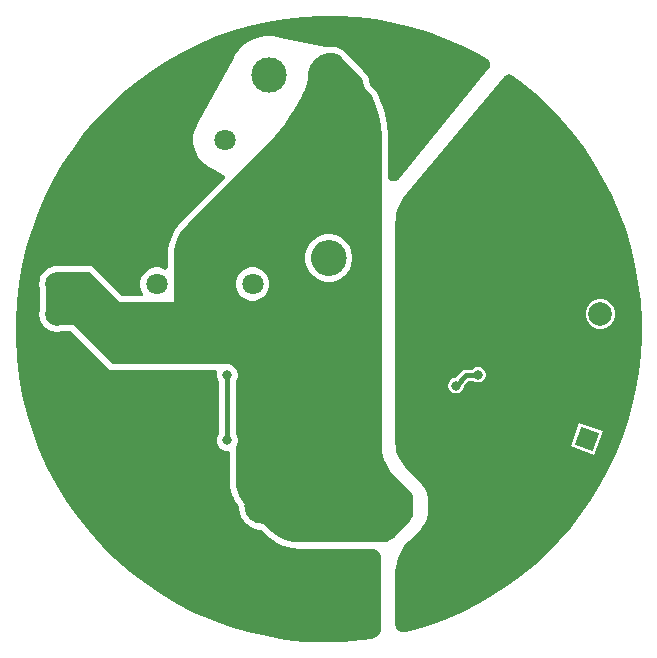
<source format=gbl>
G04*
G04 #@! TF.GenerationSoftware,Altium Limited,Altium Designer,24.6.1 (21)*
G04*
G04 Layer_Physical_Order=2*
G04 Layer_Color=16711680*
%FSLAX44Y44*%
%MOMM*%
G71*
G04*
G04 #@! TF.SameCoordinates,BA978B15-CB27-4B2F-8DC8-F8FDB2F27EFD*
G04*
G04*
G04 #@! TF.FilePolarity,Positive*
G04*
G01*
G75*
%ADD38C,3.0000*%
%ADD39R,3.0000X3.0000*%
%ADD40C,1.6000*%
%ADD41P,2.2627X4X295.0*%
%ADD47C,0.4000*%
%ADD50C,6.0000*%
%ADD51C,2.0000*%
%ADD52C,1.8000*%
%ADD53C,3.5000*%
%ADD54C,0.8000*%
G36*
X8961Y264959D02*
X24397Y263985D01*
X39750Y262113D01*
X54968Y259349D01*
X69999Y255702D01*
X84792Y251184D01*
X99296Y245812D01*
X113461Y239603D01*
X127241Y232579D01*
X133914Y228670D01*
X134434Y228377D01*
X135322Y227579D01*
X136017Y226608D01*
X136486Y225511D01*
X136707Y224338D01*
X136671Y223145D01*
X136378Y221988D01*
X135843Y220921D01*
X135467Y220458D01*
X59667Y127168D01*
X58839Y126339D01*
X58262Y125841D01*
X56922Y125125D01*
X55432Y124829D01*
X53920Y124978D01*
X52516Y125559D01*
X51341Y126523D01*
X50497Y127786D01*
X50098Y129102D01*
Y159297D01*
X50098Y159298D01*
X50098Y163622D01*
X50049Y163870D01*
X50073Y164121D01*
X49226Y172729D01*
X49152Y172971D01*
Y173223D01*
X47465Y181706D01*
X47368Y181940D01*
X47344Y182192D01*
X44833Y190468D01*
X44714Y190691D01*
X44665Y190939D01*
X41355Y198930D01*
X41214Y199140D01*
X41141Y199382D01*
X40731Y200148D01*
X40256Y200727D01*
X39840Y201350D01*
X37283Y203907D01*
X35378Y206757D01*
X34067Y209924D01*
X33807Y211229D01*
X33046Y213066D01*
X32001Y214630D01*
X31823Y214809D01*
X31703Y215032D01*
X26216Y221717D01*
X26021Y221878D01*
X25880Y222088D01*
X22822Y225146D01*
X14918Y233050D01*
X14917Y233051D01*
X13666Y234302D01*
X13158Y234642D01*
X12706Y235056D01*
X9680Y236892D01*
X9105Y237102D01*
X8568Y237396D01*
X5192Y238461D01*
X4584Y238527D01*
X3993Y238686D01*
X460Y238918D01*
X-147Y238838D01*
X-759Y238851D01*
X-2502Y238544D01*
X-2604Y238504D01*
X-40879Y246475D01*
X-43073Y247187D01*
X-48203Y248000D01*
X-53397D01*
X-58527Y247187D01*
X-63468Y245582D01*
X-68096Y243224D01*
X-72298Y240171D01*
X-75971Y236498D01*
X-79024Y232296D01*
X-81382Y227668D01*
X-110592Y174151D01*
X-112522Y170364D01*
X-113835Y166322D01*
X-114500Y162125D01*
Y157875D01*
X-113835Y153678D01*
X-112522Y149636D01*
X-110592Y145849D01*
X-108094Y142411D01*
X-105089Y139406D01*
X-101651Y136908D01*
X-97864Y134978D01*
X-96534Y134546D01*
X-88035Y129718D01*
X-87767Y127736D01*
X-123119Y92384D01*
X-123120Y92383D01*
X-124511Y90991D01*
X-124652Y90781D01*
X-124847Y90621D01*
X-127345Y87578D01*
X-127464Y87355D01*
X-127643Y87176D01*
X-129830Y83902D01*
X-129927Y83669D01*
X-130087Y83473D01*
X-131943Y80001D01*
X-132016Y79759D01*
X-132157Y79549D01*
X-133663Y75912D01*
X-133713Y75664D01*
X-133832Y75441D01*
X-134975Y71674D01*
X-134999Y71422D01*
X-135096Y71189D01*
X-135864Y67327D01*
Y67075D01*
X-135938Y66832D01*
X-136323Y62915D01*
X-136299Y62663D01*
X-136348Y62415D01*
Y51191D01*
X-138348Y50037D01*
X-140096Y51046D01*
X-143657Y52000D01*
X-147343D01*
X-150904Y51046D01*
X-154096Y49203D01*
X-156703Y46596D01*
X-158546Y43404D01*
X-159500Y39843D01*
Y36157D01*
X-158546Y32596D01*
X-156815Y29598D01*
X-157239Y28110D01*
X-157451Y27598D01*
X-174638D01*
X-198895Y51855D01*
X-200549Y52960D01*
X-202500Y53348D01*
X-230500D01*
X-231260Y53197D01*
X-232029Y53113D01*
X-232228Y53004D01*
X-232451Y52960D01*
X-232565Y52884D01*
X-234375Y52523D01*
X-237105Y51393D01*
X-239562Y49751D01*
X-241651Y47662D01*
X-243293Y45205D01*
X-244260Y42870D01*
X-244270Y42857D01*
X-244282Y42818D01*
X-244391Y42554D01*
X-244460Y42451D01*
X-244611Y41691D01*
X-244828Y40948D01*
X-244804Y40722D01*
X-244848Y40500D01*
Y40342D01*
X-245000Y39577D01*
Y36623D01*
X-244848Y35858D01*
Y14942D01*
X-245000Y14177D01*
Y11223D01*
X-244848Y10458D01*
Y9250D01*
X-244460Y7299D01*
X-243355Y5645D01*
X-243269Y5560D01*
X-241651Y3138D01*
X-239562Y1049D01*
X-237140Y-569D01*
X-237105Y-605D01*
X-235451Y-1710D01*
X-233500Y-2098D01*
X-232493D01*
X-231477Y-2300D01*
X-228523D01*
X-227507Y-2098D01*
X-218112D01*
X-186855Y-33355D01*
X-185201Y-34460D01*
X-183250Y-34848D01*
X-95753D01*
X-94424Y-36848D01*
X-94750Y-38065D01*
Y-40435D01*
X-94137Y-42724D01*
X-92952Y-44776D01*
X-92810Y-44917D01*
Y-88833D01*
X-92952Y-88974D01*
X-94137Y-91026D01*
X-94750Y-93315D01*
Y-95685D01*
X-94137Y-97974D01*
X-92952Y-100026D01*
X-91276Y-101702D01*
X-89224Y-102887D01*
X-86935Y-103500D01*
X-84565D01*
X-83848Y-104050D01*
Y-129722D01*
X-83799Y-129971D01*
X-83823Y-130222D01*
X-83533Y-133173D01*
X-83459Y-133415D01*
Y-133668D01*
X-82881Y-136577D01*
X-82784Y-136810D01*
X-82759Y-137062D01*
X-81898Y-139900D01*
X-81779Y-140123D01*
X-81730Y-140371D01*
X-80595Y-143110D01*
X-80455Y-143321D01*
X-80381Y-143563D01*
X-78983Y-146178D01*
X-78823Y-146373D01*
X-78726Y-146607D01*
X-77079Y-149073D01*
X-76900Y-149251D01*
X-76781Y-149474D01*
X-76250Y-150121D01*
Y-151898D01*
X-75481Y-155762D01*
X-73974Y-159401D01*
X-71785Y-162677D01*
X-68999Y-165463D01*
X-65724Y-167652D01*
X-62084Y-169159D01*
X-58220Y-169928D01*
X-56773D01*
X-51229Y-175472D01*
X-51229Y-175472D01*
X-50163Y-176537D01*
X-49953Y-176678D01*
X-49793Y-176873D01*
X-47464Y-178785D01*
X-47241Y-178904D01*
X-47062Y-179083D01*
X-44557Y-180757D01*
X-44323Y-180853D01*
X-44127Y-181014D01*
X-41470Y-182434D01*
X-41228Y-182508D01*
X-41018Y-182648D01*
X-38234Y-183801D01*
X-37986Y-183850D01*
X-37763Y-183970D01*
X-34880Y-184844D01*
X-34629Y-184869D01*
X-34395Y-184966D01*
X-31440Y-185554D01*
X-31187D01*
X-30945Y-185627D01*
X-27946Y-185922D01*
X-27695Y-185898D01*
X-27447Y-185947D01*
X-25940Y-185947D01*
X28975D01*
X29000Y-186000D01*
X29000Y-186000D01*
X35750Y-186000D01*
X36632Y-186043D01*
X38363Y-186388D01*
X39992Y-187063D01*
X41459Y-188043D01*
X42707Y-189291D01*
X43687Y-190758D01*
X44362Y-192388D01*
X44553Y-193347D01*
Y-252768D01*
X44553Y-253661D01*
X44235Y-255418D01*
X43609Y-257090D01*
X42696Y-258625D01*
X41523Y-259972D01*
X40130Y-261089D01*
X38560Y-261939D01*
X36864Y-262497D01*
X35979Y-262620D01*
X35979Y-262620D01*
X27965Y-263767D01*
X11825Y-265073D01*
X-4364Y-265387D01*
X-20541Y-264706D01*
X-36647Y-263034D01*
X-52620Y-260377D01*
X-68399Y-256745D01*
X-83926Y-252151D01*
X-99142Y-246614D01*
X-113989Y-240153D01*
X-128412Y-232793D01*
X-142356Y-224562D01*
X-155769Y-215491D01*
X-168600Y-205614D01*
X-180800Y-194968D01*
X-192325Y-183594D01*
X-203129Y-171534D01*
X-213174Y-158834D01*
X-222420Y-145541D01*
X-230833Y-131706D01*
X-238381Y-117381D01*
X-245036Y-102620D01*
X-250773Y-87478D01*
X-255570Y-72013D01*
X-259409Y-56282D01*
X-262275Y-40346D01*
X-264158Y-24264D01*
X-265051Y-8096D01*
X-265000Y-0D01*
X-265000Y7733D01*
X-264098Y23174D01*
X-262297Y38535D01*
X-259604Y53766D01*
X-256026Y68814D01*
X-251578Y83627D01*
X-246273Y98155D01*
X-240129Y112350D01*
X-233169Y126162D01*
X-225415Y139545D01*
X-216893Y152453D01*
X-207634Y164841D01*
X-197667Y176669D01*
X-187028Y187896D01*
X-175753Y198483D01*
X-163878Y208394D01*
X-151447Y217596D01*
X-138500Y226057D01*
X-125081Y233749D01*
X-111237Y240646D01*
X-97014Y246723D01*
X-82461Y251961D01*
X-67627Y256340D01*
X-52563Y259848D01*
X-37320Y262471D01*
X-21950Y264200D01*
X-6506Y265031D01*
X8961Y264959D01*
D02*
G37*
G36*
X3659Y233599D02*
X7035Y232534D01*
X10061Y230697D01*
X11313Y229446D01*
X11313Y229446D01*
X19218Y221541D01*
X22276Y218483D01*
X27762Y211798D01*
X28807Y210234D01*
X29165Y208437D01*
X30861Y204342D01*
X33323Y200657D01*
X36235Y197745D01*
X36645Y196979D01*
X39955Y188988D01*
X42465Y180712D01*
X44152Y172229D01*
X45000Y163622D01*
X45000Y159297D01*
X45000D01*
X45000Y159297D01*
Y-98825D01*
X45043Y-100563D01*
X45383Y-104021D01*
X46061Y-107428D01*
X47070Y-110753D01*
X48399Y-113963D01*
X50037Y-117028D01*
X51968Y-119917D01*
X54172Y-122603D01*
X55370Y-123861D01*
X67878Y-136370D01*
X68765Y-137256D01*
X70159Y-139342D01*
X71119Y-141659D01*
X71491Y-143529D01*
X71608Y-145373D01*
Y-145373D01*
X71608D01*
X71608Y-145373D01*
X71608Y-154161D01*
X71608Y-155633D01*
X71034Y-158519D01*
X69908Y-161237D01*
X68550Y-163270D01*
X67232Y-164724D01*
X67232D01*
X67232Y-164724D01*
X56151Y-175806D01*
X54952Y-177005D01*
X52132Y-178889D01*
X48998Y-180187D01*
X45672Y-180849D01*
X43976Y-180849D01*
X-25940D01*
X-27447Y-180849D01*
X-30445Y-180554D01*
X-33400Y-179966D01*
X-36284Y-179091D01*
X-39067Y-177938D01*
X-41724Y-176518D01*
X-44230Y-174844D01*
X-46559Y-172932D01*
X-47624Y-171867D01*
Y-171867D01*
X-69910Y-149581D01*
X-70959Y-148533D01*
X-72840Y-146240D01*
X-74487Y-143775D01*
X-75885Y-141159D01*
X-77020Y-138420D01*
X-77881Y-135582D01*
X-78459Y-132674D01*
X-78750Y-129722D01*
Y-128240D01*
Y-100228D01*
X-78548Y-100026D01*
X-77363Y-97974D01*
X-76750Y-95685D01*
Y-93315D01*
X-77363Y-91026D01*
X-78548Y-88974D01*
X-78690Y-88833D01*
Y-44917D01*
X-78548Y-44776D01*
X-77363Y-42724D01*
X-76750Y-40435D01*
Y-38065D01*
X-77363Y-35776D01*
X-78548Y-33724D01*
X-80224Y-32048D01*
X-82276Y-30863D01*
X-83110Y-30640D01*
X-84000Y-29750D01*
X-183250D01*
X-216000Y3000D01*
X-233500D01*
X-239750Y9250D01*
Y40500D01*
X-230500Y48250D01*
X-202500D01*
X-176750Y22500D01*
X-131250D01*
Y60447D01*
Y62415D01*
X-130864Y66333D01*
X-130096Y70194D01*
X-128953Y73961D01*
X-127447Y77598D01*
X-125591Y81070D01*
X-123404Y84344D01*
X-120906Y87387D01*
X-119515Y88778D01*
X-119514Y88779D01*
X-52952Y155341D01*
X-50531Y157816D01*
X-45852Y162919D01*
X-41400Y168221D01*
X-37182Y173711D01*
X-33206Y179379D01*
X-29480Y185215D01*
X-26011Y191207D01*
X-22806Y197343D01*
X-22743Y197475D01*
X-22576Y197704D01*
X-20218Y202332D01*
X-18613Y207272D01*
X-17800Y212403D01*
Y216375D01*
X-17038Y219429D01*
X-15731Y222520D01*
X-13960Y225372D01*
X-11770Y227916D01*
X-9212Y230089D01*
X-6348Y231841D01*
X-3248Y233127D01*
X-1617Y233523D01*
X127Y233830D01*
X3659Y233599D01*
D02*
G37*
G36*
X155032Y214903D02*
X155933Y214266D01*
X162240Y209676D01*
X174292Y199770D01*
X185742Y189172D01*
X196547Y177919D01*
X206672Y166049D01*
X216082Y153605D01*
X224743Y140629D01*
X232626Y127165D01*
X239703Y113262D01*
X245950Y98966D01*
X251345Y84327D01*
X255870Y69397D01*
X259509Y54226D01*
X262249Y38867D01*
X264081Y23374D01*
X264998Y7799D01*
X264998Y-1D01*
X264998Y-7296D01*
X264195Y-21864D01*
X262593Y-36365D01*
X260195Y-50756D01*
X257009Y-64994D01*
X253045Y-79034D01*
X248314Y-92836D01*
X242831Y-106356D01*
X236612Y-119554D01*
X229677Y-132389D01*
X222046Y-144824D01*
X213743Y-156820D01*
X204792Y-168342D01*
X195221Y-179353D01*
X185058Y-189821D01*
X174336Y-199715D01*
X163085Y-209003D01*
X151340Y-217658D01*
X139136Y-225654D01*
X126512Y-232966D01*
X113504Y-239573D01*
X100152Y-245455D01*
X86497Y-250592D01*
X72580Y-254971D01*
X65512Y-256774D01*
X64694Y-256992D01*
X63001Y-257046D01*
X61341Y-256714D01*
X59799Y-256014D01*
X58456Y-254982D01*
X57383Y-253673D01*
X56634Y-252154D01*
X56250Y-250505D01*
X56250Y-249659D01*
Y-249659D01*
Y-207632D01*
X56250Y-205662D01*
X56636Y-201740D01*
X57405Y-197875D01*
X58549Y-194104D01*
X60057Y-190464D01*
X61914Y-186989D01*
X64103Y-183713D01*
X66603Y-180667D01*
X67996Y-179273D01*
X67997Y-179273D01*
X78024Y-169246D01*
X79368Y-167762D01*
X81591Y-164437D01*
X83122Y-160741D01*
X83902Y-156818D01*
X84000Y-154818D01*
X84000Y-154818D01*
X84000Y-145225D01*
X83899Y-143160D01*
X83093Y-139110D01*
X81513Y-135295D01*
X79219Y-131862D01*
X77831Y-130331D01*
X77831Y-130331D01*
X65993Y-118493D01*
X64837Y-117337D01*
X62764Y-114811D01*
X60948Y-112093D01*
X59407Y-109211D01*
X58157Y-106192D01*
X57208Y-103064D01*
X56570Y-99859D01*
X56250Y-96606D01*
Y-94972D01*
Y-94972D01*
X56250Y87750D01*
X56255Y89595D01*
X56586Y93269D01*
X57233Y96902D01*
X58194Y100464D01*
X59459Y103930D01*
X61020Y107273D01*
X62866Y110467D01*
X64981Y113490D01*
X66166Y114904D01*
X66166Y114904D01*
X148066Y213234D01*
X148771Y214081D01*
X150704Y215145D01*
X152891Y215432D01*
X155032Y214903D01*
D02*
G37*
%LPC*%
G36*
X1970Y80000D02*
X-1970D01*
X-5834Y79231D01*
X-9474Y77724D01*
X-12749Y75535D01*
X-15535Y72749D01*
X-17724Y69474D01*
X-19231Y65834D01*
X-20000Y61970D01*
Y58030D01*
X-19231Y54166D01*
X-17724Y50526D01*
X-15535Y47251D01*
X-12749Y44465D01*
X-9474Y42276D01*
X-5834Y40769D01*
X-1970Y40000D01*
X1970D01*
X5834Y40769D01*
X9474Y42276D01*
X12749Y44465D01*
X15535Y47251D01*
X17724Y50526D01*
X19231Y54166D01*
X20000Y58030D01*
Y61970D01*
X19231Y65834D01*
X17724Y69474D01*
X15535Y72749D01*
X12749Y75535D01*
X9474Y77724D01*
X5834Y79231D01*
X1970Y80000D01*
D02*
G37*
G36*
X-62657Y52000D02*
X-66343D01*
X-69904Y51046D01*
X-73096Y49203D01*
X-75703Y46596D01*
X-77546Y43404D01*
X-78500Y39843D01*
Y36157D01*
X-77546Y32596D01*
X-75703Y29404D01*
X-73096Y26797D01*
X-69904Y24954D01*
X-66343Y24000D01*
X-62657D01*
X-59096Y24954D01*
X-55904Y26797D01*
X-53297Y29404D01*
X-51454Y32596D01*
X-50500Y36157D01*
Y39843D01*
X-51454Y43404D01*
X-53297Y46596D01*
X-55904Y49203D01*
X-59096Y51046D01*
X-62657Y52000D01*
D02*
G37*
%LPD*%
G36*
X4347Y74329D02*
X7059Y73206D01*
X9499Y71575D01*
X11575Y69500D01*
X13206Y67059D01*
X14329Y64347D01*
X14902Y61468D01*
Y58532D01*
X14329Y55653D01*
X13206Y52941D01*
X11575Y50500D01*
X9499Y48425D01*
X7059Y46794D01*
X4347Y45671D01*
X1468Y45098D01*
X-1468D01*
X-4347Y45671D01*
X-7059Y46794D01*
X-9499Y48425D01*
X-11575Y50500D01*
X-13206Y52941D01*
X-14329Y55653D01*
X-14902Y58532D01*
Y61468D01*
X-14329Y64347D01*
X-13206Y67059D01*
X-11575Y69500D01*
X-9499Y71575D01*
X-7059Y73206D01*
X-4347Y74329D01*
X-1468Y74902D01*
X1468D01*
X4347Y74329D01*
D02*
G37*
%LPC*%
G36*
X231646Y25200D02*
X228354D01*
X225175Y24348D01*
X222325Y22703D01*
X219998Y20375D01*
X218352Y17525D01*
X217500Y14346D01*
Y11054D01*
X218352Y7875D01*
X219998Y5025D01*
X222325Y2697D01*
X225175Y1052D01*
X228354Y200D01*
X231646D01*
X234825Y1052D01*
X237675Y2697D01*
X240002Y5025D01*
X241648Y7875D01*
X242500Y11054D01*
Y14346D01*
X241648Y17525D01*
X240002Y20375D01*
X237675Y22703D01*
X234825Y24348D01*
X231646Y25200D01*
D02*
G37*
G36*
X127106Y-32250D02*
X125394D01*
X123741Y-32693D01*
X122259Y-33549D01*
X121072Y-34736D01*
X116426D01*
X114670Y-35085D01*
X113182Y-36080D01*
X107761Y-41500D01*
X106894D01*
X105241Y-41943D01*
X103759Y-42799D01*
X102549Y-44009D01*
X101693Y-45491D01*
X101250Y-47144D01*
Y-48856D01*
X101693Y-50509D01*
X102549Y-51991D01*
X103759Y-53201D01*
X105241Y-54057D01*
X106894Y-54500D01*
X108606D01*
X110259Y-54057D01*
X111741Y-53201D01*
X112951Y-51991D01*
X113807Y-50509D01*
X114250Y-48856D01*
Y-47989D01*
X118327Y-43912D01*
X122220D01*
X122259Y-43951D01*
X123741Y-44807D01*
X125394Y-45250D01*
X127106D01*
X128759Y-44807D01*
X130241Y-43951D01*
X131451Y-42741D01*
X132307Y-41259D01*
X132750Y-39606D01*
Y-37894D01*
X132307Y-36241D01*
X131451Y-34759D01*
X130241Y-33549D01*
X128759Y-32693D01*
X127106Y-32250D01*
D02*
G37*
G36*
X212159Y-79620D02*
X204977Y-99353D01*
X224710Y-106536D01*
X231892Y-86802D01*
X212159Y-79620D01*
D02*
G37*
%LPD*%
D38*
X0Y60000D02*
D03*
X-56250Y-149928D02*
D03*
X56250D02*
D03*
X-50800Y215000D02*
D03*
D39*
X0Y-165000D02*
D03*
D40*
X226985Y-69585D02*
D03*
D41*
X218434Y-93078D02*
D03*
D47*
X-85750Y-94500D02*
Y-39250D01*
X125676Y-39324D02*
X126250Y-38750D01*
X107750Y-48000D02*
X116426Y-39324D01*
X125676D01*
D50*
X-100000Y-200000D02*
D03*
D51*
X-230000Y-12700D02*
D03*
Y-38100D02*
D03*
Y12700D02*
D03*
Y38100D02*
D03*
X230000Y-12700D02*
D03*
Y12700D02*
D03*
D52*
X-64500Y38000D02*
D03*
X-145500D02*
D03*
X-87500Y160000D02*
D03*
X-157500D02*
D03*
D53*
X50800Y215000D02*
D03*
X0D02*
D03*
D54*
X66750Y152250D02*
D03*
X70250Y-208750D02*
D03*
X68000Y-33500D02*
D03*
X69000Y10250D02*
D03*
X160866Y-57724D02*
D03*
X151478Y-57466D02*
D03*
X-85750Y-39250D02*
D03*
Y-94500D02*
D03*
X240000Y60000D02*
D03*
X255000Y30000D02*
D03*
Y-30000D02*
D03*
X240000Y-60000D02*
D03*
X210000Y120000D02*
D03*
X225000Y90000D02*
D03*
X210000Y-0D02*
D03*
X225000Y-30000D02*
D03*
X210000Y-60000D02*
D03*
Y-120000D02*
D03*
X180000Y180000D02*
D03*
X195000Y150000D02*
D03*
X180000Y120000D02*
D03*
X195000Y90000D02*
D03*
X180000Y60000D02*
D03*
X195000Y30000D02*
D03*
X180000Y-0D02*
D03*
X195000Y-30000D02*
D03*
X180000Y-120000D02*
D03*
X195000Y-150000D02*
D03*
X180000Y-180000D02*
D03*
X150000Y180000D02*
D03*
X165000Y150000D02*
D03*
X150000Y120000D02*
D03*
X165000Y30000D02*
D03*
X150000Y-0D02*
D03*
X165000Y-30000D02*
D03*
X150000Y-120000D02*
D03*
X165000Y-150000D02*
D03*
X150000Y-180000D02*
D03*
X135000Y150000D02*
D03*
X120000Y120000D02*
D03*
X135000Y30000D02*
D03*
X120000Y-0D02*
D03*
X135000Y-90000D02*
D03*
X120000Y-120000D02*
D03*
X135000Y-150000D02*
D03*
X120000Y-180000D02*
D03*
X135000Y-210000D02*
D03*
X105000Y150000D02*
D03*
X90000Y120000D02*
D03*
X105000Y90000D02*
D03*
Y30000D02*
D03*
X90000Y-60000D02*
D03*
X105000Y-90000D02*
D03*
X90000Y-120000D02*
D03*
X105000Y-150000D02*
D03*
X90000Y-180000D02*
D03*
X105000Y-210000D02*
D03*
X90000Y-240000D02*
D03*
Y240000D02*
D03*
X105000Y210000D02*
D03*
X90000Y180000D02*
D03*
X60000Y240000D02*
D03*
X75000Y210000D02*
D03*
X60000Y180000D02*
D03*
X30000Y240000D02*
D03*
Y-240000D02*
D03*
X15000Y-210000D02*
D03*
X-0Y-240000D02*
D03*
X-15000Y-210000D02*
D03*
X-30000Y-240000D02*
D03*
X-60000Y-180000D02*
D03*
X-45000Y-210000D02*
D03*
X-60000Y-240000D02*
D03*
X-90000Y240000D02*
D03*
Y-120000D02*
D03*
Y-240000D02*
D03*
X-105000Y210000D02*
D03*
X-120000Y180000D02*
D03*
Y120000D02*
D03*
Y-120000D02*
D03*
X-105000Y-150000D02*
D03*
X-135000Y210000D02*
D03*
X-150000Y180000D02*
D03*
X-135000Y150000D02*
D03*
X-150000Y120000D02*
D03*
X-135000Y90000D02*
D03*
X-150000Y60000D02*
D03*
X-135000Y-90000D02*
D03*
X-150000Y-120000D02*
D03*
X-135000Y-150000D02*
D03*
X-150000Y-180000D02*
D03*
X-135000Y-210000D02*
D03*
X-180000Y180000D02*
D03*
Y120000D02*
D03*
X-165000Y90000D02*
D03*
X-180000Y60000D02*
D03*
Y-60000D02*
D03*
Y-120000D02*
D03*
X-165000Y-150000D02*
D03*
X-180000Y-180000D02*
D03*
X-195000Y150000D02*
D03*
X-210000Y120000D02*
D03*
X-195000Y90000D02*
D03*
X-210000Y60000D02*
D03*
Y-60000D02*
D03*
X-195000Y-90000D02*
D03*
X-210000Y-120000D02*
D03*
X-195000Y-150000D02*
D03*
X-225000Y90000D02*
D03*
X-240000Y60000D02*
D03*
Y-60000D02*
D03*
X-225000Y-90000D02*
D03*
X126250Y-38750D02*
D03*
X107750Y-48000D02*
D03*
M02*

</source>
